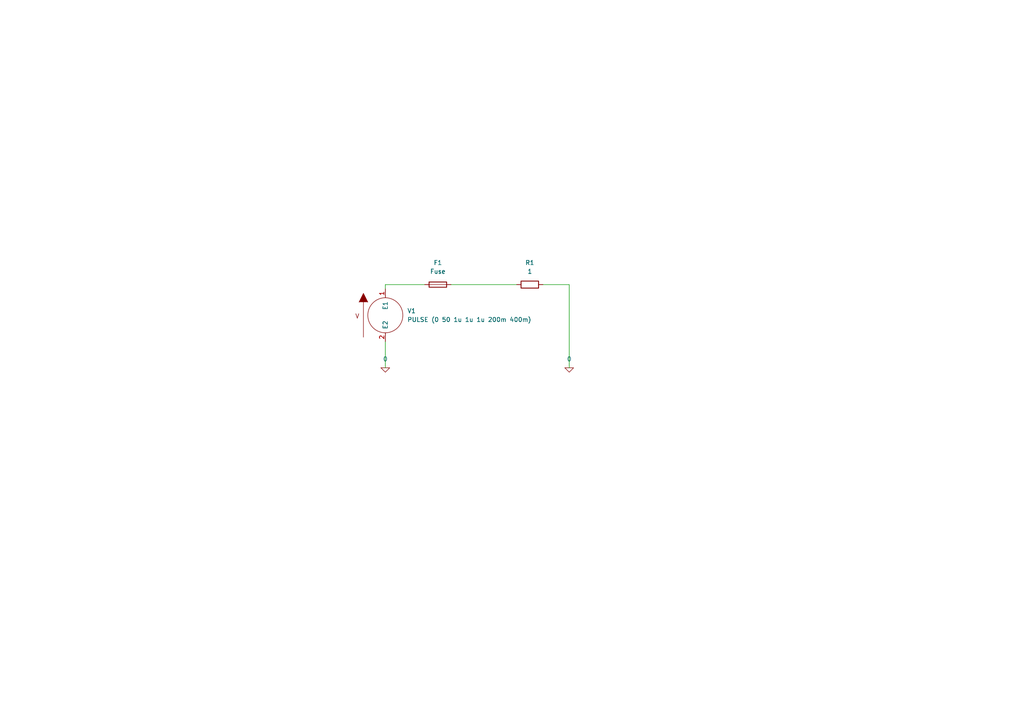
<source format=kicad_sch>
(kicad_sch (version 20211123) (generator eeschema)
  (paper "A4")
  (lib_symbols
    (symbol "Device:Fuse" (pin_numbers hide) (pin_names (offset 0))
      (property "Reference" "F" (at 2.032 0 90))
      (property "Value" "Fuse" (at -1.905 0 90))
      (symbol "Fuse_0_1"
        (rectangle (start -0.762 -2.54) (end 0.762 2.54) (stroke (width 0.254)))
        (polyline (pts (xy 0 2.54) (xy 0 -2.54)))
      )
      (symbol "Fuse_1_1"
        (pin passive line (at 0 3.81 270) (length 1.27) (name "~") (number "1"))
        (pin passive line (at 0 -3.81 90) (length 1.27) (name "~") (number "2"))
      )
    )
    (symbol "Device:R" (pin_numbers hide) (pin_names (offset 0))
      (property "Reference" "R" (at 2.032 0 90))
      (property "Value" "R" (at 0 0 90))
      (symbol "R_0_1"
        (rectangle (start -1.016 -2.54) (end 1.016 2.54) (stroke (width 0.254)))
      )
      (symbol "R_1_1"
        (pin passive line (at 0 3.81 270) (length 1.27) (name "~") (number "1"))
        (pin passive line (at 0 -3.81 90) (length 1.27) (name "~") (number "2"))
      )
    )
    (symbol "pspice:0" (power) (pin_names (offset 0))
      (property "Value" "0" (at 0 -1.778 0))
      (symbol "0_0_1"
        (polyline (pts (xy -1.27 0) (xy 0 -1.27) (xy 1.27 0) (xy -1.27 0)))
      )
      (symbol "0_1_1"
        (pin power_in line (at 0 0 0) (length 0) hide (name "0") (number "1"))
      )
    )
    (symbol "pspice:VSOURCE" (pin_names (offset 1.016))
      (property "Reference" "V" (at -6.35 7.62 0))
      (property "Value" "VSOURCE" (at 0 0 0))
      (symbol "VSOURCE_0_1"
        (polyline (pts (xy -6.35 -6.35) (xy -6.35 3.81)) (fill (type outline)))
        (polyline (pts (xy -7.62 3.81) (xy -6.35 6.35) (xy -5.08 3.81)) (fill (type outline)))
        (circle (center 0 0) (radius 5.08))
        (text "V" (at -8.128 -0.254 0) (effects (font (size 1.27 1.27))))
      )
      (symbol "VSOURCE_1_1"
        (pin input line (at 0 7.62 270) (length 2.54) (name "E1") (number "1"))
        (pin input line (at 0 -7.62 90) (length 2.54) (name "E2") (number "2"))
      )
    )
  )
  (wire (pts (xy 157.48 82.55) (xy 165.1 82.55)))
  (wire (pts (xy 111.76 82.55) (xy 123.19 82.55)))
  (wire (pts (xy 111.76 99.06) (xy 111.76 106.68)))
  (wire (pts (xy 165.1 82.55) (xy 165.1 106.68)))
  (wire (pts (xy 111.76 82.55) (xy 111.76 83.82)))
  (wire (pts (xy 130.81 82.55) (xy 149.86 82.55)))
  (symbol (lib_id "pspice:0") (at 111.76 106.68 0) (unit 1)
    (property "Reference" "#GND0101" (effects hide))
    (property "Value" "0" (at 111.76 104.14 0))
  )
  (symbol (lib_id "Device:Fuse") (at 127 82.55 270) (unit 1)
    (property "Reference" "F1" (at 127 76.2 90))
    (property "Value" "Fuse" (at 127 78.74 90))
    (property "Spice_Primitive" "X" (effects hide))
    (property "Spice_Model" "FUSE" (effects hide))
    (property "Spice_Netlist_Enabled" "Y" (effects hide))
    (property "Spice_Lib_File" "/home/mark/python-projects/rocket_launcher_flask/Designs/libraries/fuse/NL/fuse_model_2.spi" (effects hide))
  )
  (symbol (lib_id "pspice:0") (at 165.1 106.68 0) (unit 1)
    (property "Reference" "#GND0102" (effects hide))
    (property "Value" "0" (at 165.1 104.14 0))
  )
  (symbol (lib_id "pspice:VSOURCE") (at 111.76 91.44 0) (unit 1)
    (property "Reference" "V1" (at 118.11 90.1699 0) (effects (justify left)))
    (property "Value" "PULSE (0 50 1u 1u 1u 200m 400m)" (at 118.11 92.7099 0) (effects (justify left)))
  )
  (symbol (lib_id "Device:R") (at 153.67 82.55 270) (unit 1)
    (property "Reference" "R1" (at 153.67 76.2 90))
    (property "Value" "1" (at 153.67 78.74 90))
  )
)
</source>
